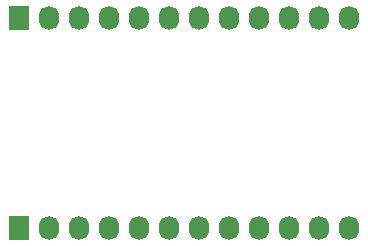
<source format=gbs>
G04 #@! TF.FileFunction,Soldermask,Bot*
%FSLAX46Y46*%
G04 Gerber Fmt 4.6, Leading zero omitted, Abs format (unit mm)*
G04 Created by KiCad (PCBNEW 4.0.5+dfsg1-4) date Sun Sep 17 22:55:48 2017*
%MOMM*%
%LPD*%
G01*
G04 APERTURE LIST*
%ADD10C,0.100000*%
%ADD11R,1.727200X2.032000*%
%ADD12O,1.727200X2.032000*%
G04 APERTURE END LIST*
D10*
D11*
X107696000Y-76962000D03*
D12*
X110236000Y-76962000D03*
X112776000Y-76962000D03*
X115316000Y-76962000D03*
X117856000Y-76962000D03*
X120396000Y-76962000D03*
X122936000Y-76962000D03*
X125476000Y-76962000D03*
X128016000Y-76962000D03*
X130556000Y-76962000D03*
X133096000Y-76962000D03*
X135636000Y-76962000D03*
D11*
X107696000Y-94742000D03*
D12*
X110236000Y-94742000D03*
X112776000Y-94742000D03*
X115316000Y-94742000D03*
X117856000Y-94742000D03*
X120396000Y-94742000D03*
X122936000Y-94742000D03*
X125476000Y-94742000D03*
X128016000Y-94742000D03*
X130556000Y-94742000D03*
X133096000Y-94742000D03*
X135636000Y-94742000D03*
M02*

</source>
